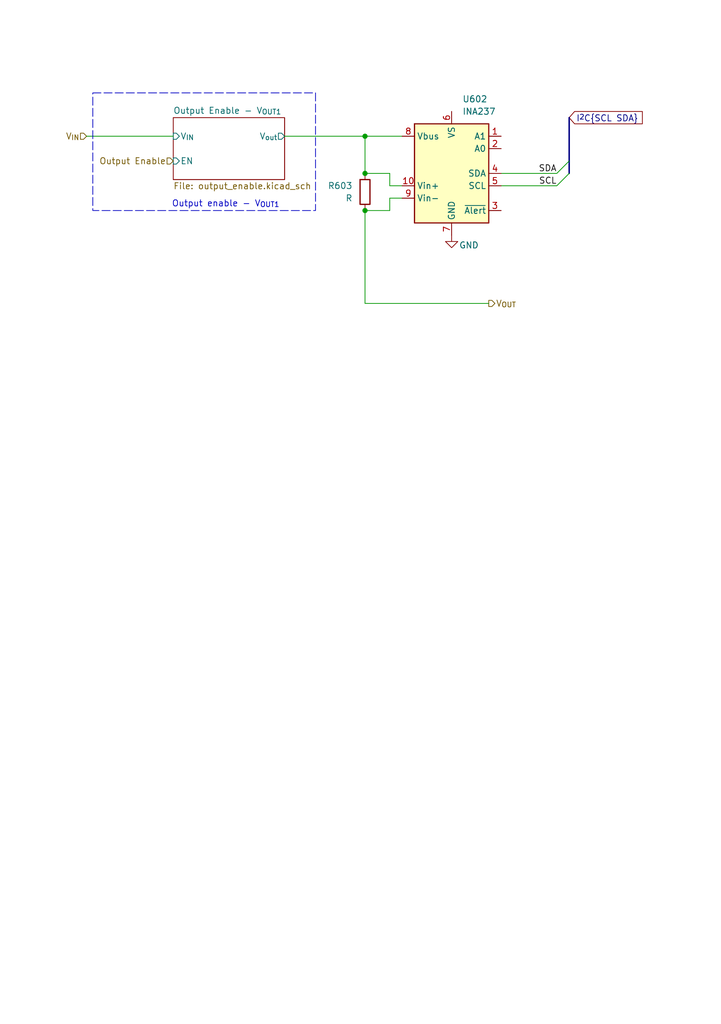
<source format=kicad_sch>
(kicad_sch (version 20231120) (generator "eeschema") (generator_version "8.0")
  (paper "A5" portrait)
  (title_block (title "Power supply - low level driver") (date "2024-06-28"))
  (lib_symbols
    (symbol "Device:R" (pin_numbers hide) (pin_names (offset 0))
      (property "Reference" "R" (at 2.032 0 90))
      (property "Value" "R" (at 0 0 90))
      (symbol "R_0_1"
        (rectangle (start -1.016 -2.54) (end 1.016 2.54) (stroke (width 0.254)))
      )
      (symbol "R_1_1"
        (pin passive line (at 0 3.81 270) (length 1.27) (name "~") (number "1"))
        (pin passive line (at 0 -3.81 90) (length 1.27) (name "~") (number "2"))
      )
    )
    (symbol "Sensor_Energy:INA237"
      (property "Reference" "U" (at -6.35 11.43 0))
      (property "Value" "INA237" (at 3.81 11.43 0))
      (symbol "INA237_0_1"
        (rectangle (start 7.62 10.16) (end -7.62 -10.16) (stroke (width 0.254)) (fill (type background)))
      )
      (symbol "INA237_1_1"
        (pin input line (at 10.16 7.62 180) (length 2.54) (name "A1") (number "1"))
        (pin input line (at -10.16 -2.54 0) (length 2.54) (name "Vin+") (number "10"))
        (pin input line (at 10.16 5.08 180) (length 2.54) (name "A0") (number "2"))
        (pin open_collector line (at 10.16 -7.62 180) (length 2.54) (name "~{Alert}") (number "3"))
        (pin bidirectional line (at 10.16 0 180) (length 2.54) (name "SDA") (number "4"))
        (pin input line (at 10.16 -2.54 180) (length 2.54) (name "SCL") (number "5"))
        (pin power_in line (at 0 12.7 270) (length 2.54) (name "VS") (number "6"))
        (pin power_in line (at 0 -12.7 90) (length 2.54) (name "GND") (number "7"))
        (pin input line (at -10.16 7.62 0) (length 2.54) (name "Vbus") (number "8"))
        (pin input line (at -10.16 -5.08 0) (length 2.54) (name "Vin-") (number "9"))
      )
    )
    (symbol "power:GND" (power) (pin_numbers hide) (pin_names (offset 0) hide)
      (property "Value" "GND" (at 0 -3.81 0))
      (symbol "GND_0_1"
        (polyline (pts (xy 0 0) (xy 0 -1.27) (xy 1.27 -1.27) (xy 0 -2.54) (xy -1.27 -1.27) (xy 0 -1.27)))
      )
      (symbol "GND_1_1"
        (pin power_in line (at 0 0 270) (length 0) (name "~") (number "1"))
      )
    )
  )
  (junction (at 74.93 27.94))
  (junction (at 74.93 35.56))
  (junction (at 74.93 43.18))
  (bus_entry (at 116.84 33.02) (size -2.54 2.54))
  (bus_entry (at 116.84 35.56) (size -2.54 2.54))
  (wire (pts (xy 82.55 40.64) (xy 80.01 40.64)))
  (bus (pts (xy 116.84 24.13) (xy 116.84 33.02)))
  (wire (pts (xy 80.01 35.56) (xy 80.01 38.1)))
  (wire (pts (xy 74.93 43.18) (xy 74.93 62.23)))
  (wire (pts (xy 74.93 27.94) (xy 82.55 27.94)))
  (wire (pts (xy 102.87 35.56) (xy 114.3 35.56)))
  (wire (pts (xy 17.78 27.94) (xy 35.56 27.94)))
  (wire (pts (xy 74.93 43.18) (xy 80.01 43.18)))
  (wire (pts (xy 58.42 27.94) (xy 74.93 27.94)))
  (wire (pts (xy 80.01 40.64) (xy 80.01 43.18)))
  (wire (pts (xy 74.93 62.23) (xy 100.33 62.23)))
  (wire (pts (xy 102.87 38.1) (xy 114.3 38.1)))
  (wire (pts (xy 74.93 27.94) (xy 74.93 35.56)))
  (wire (pts (xy 74.93 35.56) (xy 80.01 35.56)))
  (bus (pts (xy 116.84 33.02) (xy 116.84 35.56)))
  (wire (pts (xy 80.01 38.1) (xy 82.55 38.1)))
  (rectangle (start 19.05 19.05) (end 64.77 43.18) (stroke (width 0) (type dash)))
  (text "Output enable - V_{OUT1}" (at 57.404 41.91 0) (effects (font (size 1.27 1.27)) (justify right)))
  (label "SDA" (at 114.3 35.56 180))
  (label "SCL" (at 114.3 38.1 180))
  (global_label "I^{2}C{SCL SDA}" (shape input) (at 116.84 24.13 0) (property "Intersheetrefs" "${INTERSHEET_REFS}" (effects (hide yes))))
  (hierarchical_label "V_{OUT}" (shape output) (at 100.33 62.23 0))
  (hierarchical_label "Output Enable" (shape input) (at 35.56 33.02 180))
  (hierarchical_label "V_{IN}" (shape input) (at 17.78 27.94 180))
  (symbol (lib_id "power:GND") (at 92.71 48.26 0) (unit 1)
    (property "Reference" "#PWR0607" (effects (hide yes)))
    (property "Value" "GND" (at 96.266 50.292 0))
    (property "Description" "Power symbol creates a global label with name \"GND\" , ground" (effects (hide yes)))
  )
  (symbol (lib_id "Device:R") (at 74.93 39.37 0) (mirror y) (unit 1)
    (property "Reference" "R603" (at 72.39 38.0999 0) (effects (justify left)))
    (property "Value" "R" (at 72.39 40.6399 0) (effects (justify left)))
  )
  (symbol (lib_id "Sensor_Energy:INA237") (at 92.71 35.56 0) (unit 1)
    (property "Reference" "U602" (at 94.9041 20.32 0) (effects (justify left)))
    (property "Value" "INA237" (at 94.9041 22.86 0) (effects (justify left)))
    (property "Footprint" "Package_SO:VSSOP-10_3x3mm_P0.5mm" (effects (hide yes)))
    (property "Datasheet" "https://www.ti.com/lit/ds/symlink/ina237.pdf" (effects (hide yes)))
    (property "Description" "High-Side or Low-Side Measurement, Bi-Directional Current and Power Monitor (0-85V) with I2C, SMBus-, and PMBus-Compatible Interface, VSSOP-10" (effects (hide yes)))
  )
  (sheet (at 35.56 24.13) (size 22.86 12.7) (stroke (width 0.1524))
    (property "Sheetname" "Output Enable - V_{OUT1}" (at 35.56 23.4184 0) (effects (justify left bottom)))
    (property "Sheetfile" "output_enable.kicad_sch" (at 35.56 37.4146 0) (effects (justify left top)))
    (pin "V_{out}" output (at 58.42 27.94 0))
    (pin "EN" input (at 35.56 33.02 180))
    (pin "V_{IN}" input (at 35.56 27.94 180))
  )
)
</source>
